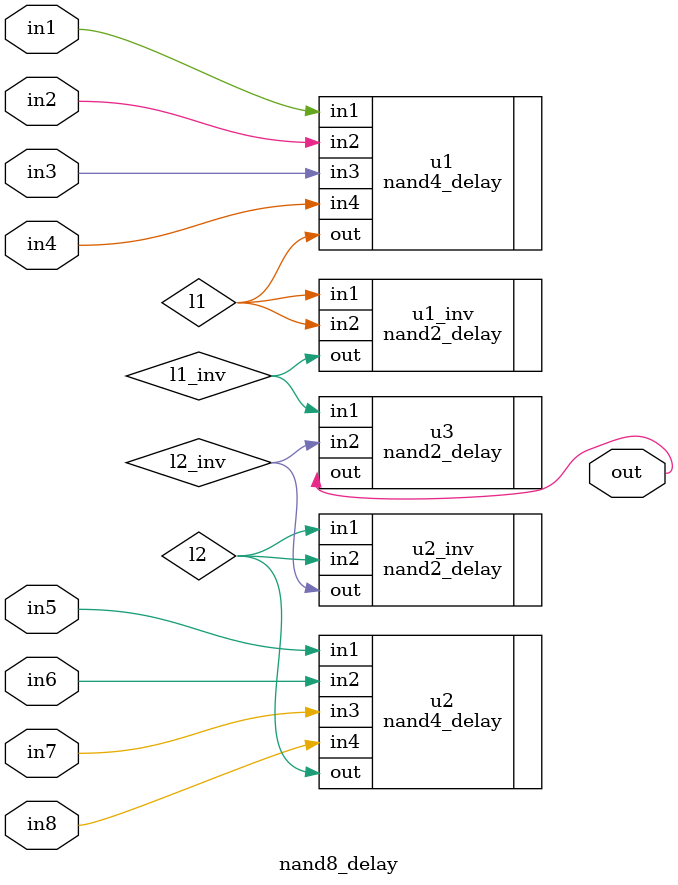
<source format=sv>
module nand8_delay(
    input logic in1,
    input logic in2,
    input logic in3,
    input logic in4,
    input logic in5,
    input logic in6,
    input logic in7,
    input logic in8,
    output logic out
);

logic l1, l1_inv, l2, l2_inv;

nand4_delay u1(
    .in1(in1),
    .in2(in2),
    .in3(in3),
    .in4(in4),
    .out(l1)
);

nand2_delay u1_inv (
    .in1(l1),
    .in2(l1),
    .out(l1_inv)
);

nand4_delay u2(
    .in1(in5),
    .in2(in6),
    .in3(in7),
    .in4(in8),
    .out(l2)
);

nand2_delay u2_inv (
    .in1(l2),
    .in2(l2),
    .out(l2_inv)
);

nand2_delay u3(
    .in1(l1_inv),
    .in2(l2_inv),
    .out(out)
);


endmodule
</source>
